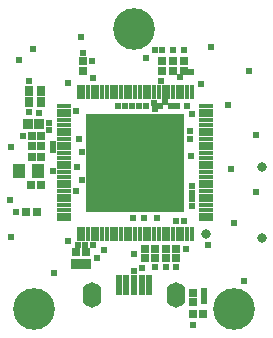
<source format=gbr>
%FSTAX25Y25*%
%MOIN*%
%SFA1B1*%

%IPPOS*%
%AMD62*
4,1,8,-0.023700,0.004000,-0.023700,-0.004000,-0.019700,-0.007900,0.019700,-0.007900,0.023700,-0.004000,0.023700,0.004000,0.019700,0.007900,-0.019700,0.007900,-0.023700,0.004000,0.0*
%
%ADD37C,0.024000*%
%ADD50R,0.028472X0.028472*%
%ADD51R,0.019811X0.027685*%
%ADD52R,0.028472X0.028472*%
%ADD53R,0.025716X0.025716*%
%ADD54R,0.023748X0.067055*%
%ADD55R,0.043433X0.047370*%
%ADD56R,0.025716X0.029654*%
%ADD57R,0.032409X0.032409*%
%ADD58R,0.029654X0.033591*%
%ADD59R,0.326898X0.326898*%
%ADD60O,0.015874X0.047370*%
%ADD61O,0.047370X0.015874*%
G04~CAMADD=62~4~0.0~0.0~158.7~473.7~0.0~39.7~0~0.0~0.0~0.0~0.0~0~0.0~0.0~0.0~0.0~0~0.0~0.0~0.0~90.0~474.0~158.0*
%ADD62D62*%
%ADD63O,0.063118X0.084772*%
%ADD64C,0.139000*%
%ADD65C,0.032000*%
%LNdigit_soldermask_bot-1*%
%LPD*%
G54D37*
X0055905Y008061D03*
X0053149Y0079527D03*
X0056049Y0078523D03*
X0050787Y0079527D03*
X00581Y0087795D03*
X0048425Y0079527D03*
X0057874D03*
X0061417D03*
X004872Y0042027D03*
X0052657Y0042126D03*
X0056889Y0042322D03*
X0037007Y0028697D03*
X00298Y0051193D03*
X0017571Y0077328D03*
X00562Y00981D03*
X00645Y00891D03*
X00737Y00332D03*
X00082Y00357D03*
X00531Y00954D03*
X00683Y0091D03*
X00353Y0094488D03*
X0032283Y00973D03*
X00108Y00949D03*
X0033Y00331D03*
X00304D03*
X00354D03*
X0068925Y0006625D03*
X00299Y0078D03*
X00354Y00887D03*
X00391Y0031416D03*
X0062204Y00983D03*
X0058661Y0098155D03*
X0065748Y0098148D03*
X00081Y0065748D03*
X00079Y0048275D03*
X00155Y00986D03*
X00273Y00871D03*
X00748Y00991D03*
X00715Y00869D03*
X00814Y0058439D03*
X00804Y0079704D03*
X00899Y00697D03*
X009Y00507D03*
X00825Y00406D03*
X0049212Y00303D03*
X0063287Y0026D03*
X00598D03*
X00272Y00345D03*
X00121Y00695D03*
X00141Y00774D03*
Y00879D03*
X00226Y00239D03*
X0031462Y0102362D03*
X00875Y0091141D03*
X008582Y00212D03*
X0032Y00641D03*
X00318Y0054724D03*
X00097Y00441D03*
X0049212Y00246D03*
X00518Y00254D03*
X00209Y00737D03*
Y00715D03*
X0059645Y0080807D03*
X0022037Y0057937D03*
X0066389Y0031889D03*
X00563Y0026D03*
X00682Y00627D03*
X00221Y00667D03*
Y00647D03*
X00437Y00794D03*
X00461D03*
X00678Y00686D03*
X00686Y00462D03*
Y0048425D03*
Y00506D03*
Y0052845D03*
X00678Y00712D03*
X0031Y00685D03*
X00686Y0077D03*
X00669Y00795D03*
X00636Y00796D03*
X0063287Y0041338D03*
X0065748D03*
X0030315Y0059055D03*
G54D50*
X0068925Y00101D03*
X0072074D03*
X0015157Y0066141D03*
X0018307D03*
X0015157Y0062598D03*
X0018307D03*
X001496Y0053149D03*
X001811D03*
X0029921Y0030708D03*
X003307D03*
X0015157Y00696D03*
X0018307D03*
G54D51*
X007244Y0014763D03*
Y0017519D03*
G54D52*
X0068897Y0014173D03*
Y0017322D03*
X0032283Y0094488D03*
Y0091338D03*
X0063287Y002874D03*
Y0031889D03*
X0059842Y002874D03*
Y0031889D03*
X0058661Y0094488D03*
Y0091338D03*
X0062204Y0094488D03*
Y0091338D03*
G54D53*
X0056299Y0031889D03*
Y002874D03*
X0065748Y0091338D03*
Y0094488D03*
X0052755Y002874D03*
Y0031889D03*
G54D54*
X005433Y0019862D03*
X0051771D03*
X0049212D03*
X0046653D03*
X0044094D03*
G54D55*
X0010826Y0057874D03*
X0017125D03*
G54D56*
X0016732Y0044094D03*
X0013189D03*
G54D57*
X0029724Y0026771D03*
X0033267D03*
X0014028Y00736D03*
X0017571D03*
G54D58*
X0014173Y0084645D03*
X001811D03*
X0014173Y0080708D03*
X001811D03*
G54D59*
X0049606Y0060629D03*
G54D60*
X0068503Y0084252D03*
X0066929D03*
X0065354D03*
X0063779D03*
X0062204D03*
X0060629D03*
X0059055D03*
X005748D03*
X0055905D03*
X005433D03*
X0052755D03*
X0051181D03*
X0049606D03*
X0048031D03*
X0046456D03*
X0044881D03*
X0043307D03*
X0041732D03*
X0040157D03*
X0038582D03*
X0037007D03*
X0035433D03*
X0033858D03*
X0032283D03*
X0030708D03*
Y0037007D03*
X0032283D03*
X0033858D03*
X0035433D03*
X0037007D03*
X0038582D03*
X0040157D03*
X0041732D03*
X0043307D03*
X0044881D03*
X0046456D03*
X0048031D03*
X0049606D03*
X0051181D03*
X0052755D03*
X005433D03*
X0055905D03*
X005748D03*
X0059055D03*
X0060629D03*
X0062204D03*
X0063779D03*
X0065354D03*
X0066929D03*
X0068503D03*
G54D61*
X0025984Y0079527D03*
Y0077952D03*
Y0076377D03*
Y0074803D03*
Y0073228D03*
Y0071653D03*
Y0070078D03*
Y0068503D03*
Y0066929D03*
Y0065354D03*
Y0063779D03*
Y0062204D03*
Y0060629D03*
Y0059055D03*
Y005748D03*
Y0055905D03*
Y005433D03*
Y0052755D03*
Y0051181D03*
Y0049606D03*
Y0048031D03*
Y0046456D03*
Y0044881D03*
Y0043307D03*
Y0041732D03*
X0073228D03*
Y0043307D03*
Y0044881D03*
Y0046456D03*
Y0048031D03*
Y0049606D03*
Y0051181D03*
Y0052755D03*
Y005433D03*
Y0055905D03*
Y005748D03*
Y0059055D03*
Y0060629D03*
Y0062204D03*
Y0063779D03*
Y0065354D03*
Y0066929D03*
Y0068503D03*
Y0070078D03*
Y0071653D03*
Y0073228D03*
Y0074803D03*
Y0076377D03*
Y0077952D03*
G54D62*
X0073228Y0079527D03*
G54D63*
X0063287Y0016358D03*
X0035137D03*
G54D64*
X0049212Y0105118D03*
X0015748Y001181D03*
X0082677D03*
G54D65*
X0091732Y00592D03*
X0073228Y0037D03*
X0091732Y0035632D03*
M02*
</source>
